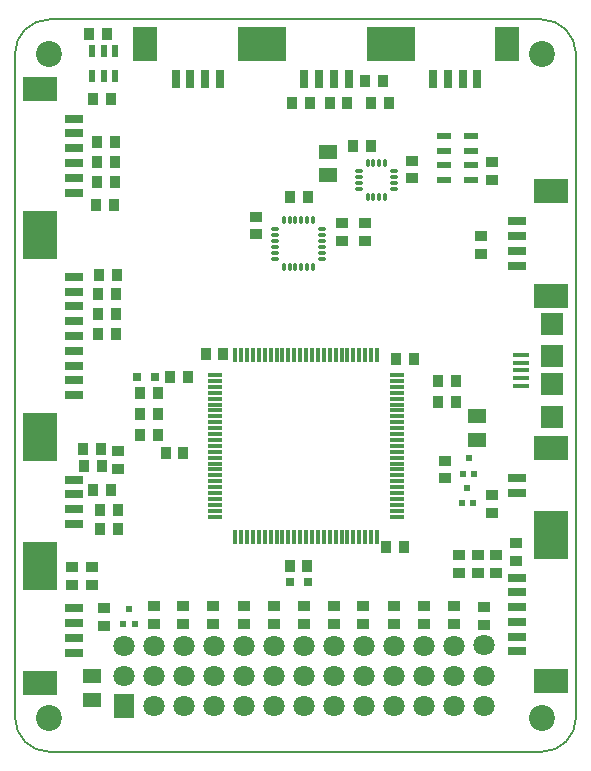
<source format=gbr>
G04 (created by PCBNEW (2013-may-18)-stable) date Ne 10. listopad 2013, 11:38:45 CET*
%MOIN*%
G04 Gerber Fmt 3.4, Leading zero omitted, Abs format*
%FSLAX34Y34*%
G01*
G70*
G90*
G04 APERTURE LIST*
%ADD10C,0.00590551*%
%ADD11C,0.0866142*%
%ADD12R,0.0512X0.0118*%
%ADD13R,0.0118X0.0512*%
%ADD14C,0.0708661*%
%ADD15R,0.0708661X0.0787*%
%ADD16R,0.0236X0.0394*%
%ADD17R,0.019685X0.023622*%
%ADD18R,0.0354X0.0394*%
%ADD19R,0.0394X0.0354*%
%ADD20R,0.0629921X0.0314961*%
%ADD21R,0.11811X0.0826772*%
%ADD22R,0.0826772X0.11811*%
%ADD23R,0.0314961X0.0629921*%
%ADD24R,0.0472X0.0236*%
%ADD25O,0.0315X0.011811*%
%ADD26O,0.011811X0.0315*%
%ADD27R,0.0314X0.0314*%
%ADD28R,0.0747X0.0747*%
%ADD29R,0.0531X0.0157*%
%ADD30R,0.053X0.0157*%
%ADD31R,0.059X0.0472*%
%ADD32R,0.059X0.0473*%
G04 APERTURE END LIST*
G54D10*
X-196Y944D02*
G75*
G03X944Y-196I1141J0D01*
G74*
G01*
X944Y24212D02*
X17362Y24212D01*
X-196Y944D02*
X-196Y23070D01*
X17362Y-196D02*
X944Y-196D01*
X18503Y23070D02*
X18503Y944D01*
X17362Y-196D02*
G75*
G03X18503Y944I0J1141D01*
G74*
G01*
X944Y24212D02*
G75*
G03X-196Y23070I0J-1141D01*
G74*
G01*
X18503Y23070D02*
G75*
G03X17362Y24212I-1141J0D01*
G74*
G01*
G54D11*
X944Y23070D03*
X944Y944D03*
X17362Y944D03*
X17362Y23070D03*
G54D12*
X6485Y11772D03*
X6485Y11575D03*
X6485Y11378D03*
X6485Y11181D03*
X6485Y10984D03*
X6485Y12362D03*
X6485Y12165D03*
X6485Y11969D03*
X6485Y9213D03*
X6485Y9016D03*
X6485Y8819D03*
X6485Y8622D03*
X6485Y8425D03*
X6485Y8228D03*
X6485Y8031D03*
X6485Y7835D03*
G54D13*
X8523Y6978D03*
X8720Y6978D03*
X8916Y6978D03*
X9113Y6978D03*
X9310Y6978D03*
X9507Y6978D03*
X9704Y6978D03*
X9901Y6978D03*
X11672Y6978D03*
X11869Y6978D03*
G54D12*
X12529Y7638D03*
X12529Y7835D03*
X12529Y8031D03*
X12529Y8228D03*
X12529Y8425D03*
X12529Y8622D03*
X6485Y10787D03*
X6485Y10591D03*
X6485Y10394D03*
X6485Y7638D03*
G54D13*
X7145Y6978D03*
X7342Y6978D03*
X10098Y6978D03*
X10294Y6978D03*
X10491Y6978D03*
G54D12*
X12529Y8819D03*
X12529Y9016D03*
X12529Y9213D03*
X6485Y10197D03*
X6485Y10000D03*
X6485Y9803D03*
X6485Y9606D03*
X6485Y9409D03*
G54D13*
X7538Y6978D03*
X7735Y6978D03*
X7932Y6978D03*
X8129Y6978D03*
X8326Y6978D03*
X10688Y6978D03*
X10885Y6978D03*
X11082Y6978D03*
X11279Y6978D03*
X11476Y6978D03*
G54D12*
X12529Y9409D03*
X12529Y9606D03*
X12529Y9803D03*
X12529Y10000D03*
X12529Y10197D03*
X12529Y10394D03*
X12529Y10591D03*
X12529Y10787D03*
X12529Y10984D03*
X12529Y11181D03*
X12529Y11378D03*
X12529Y11575D03*
X12529Y11772D03*
X12529Y11969D03*
X12529Y12165D03*
X12529Y12362D03*
G54D13*
X11869Y13022D03*
X11672Y13022D03*
X11476Y13022D03*
X11279Y13022D03*
X11082Y13022D03*
X10885Y13022D03*
X10688Y13022D03*
X10491Y13022D03*
X10294Y13022D03*
X10098Y13022D03*
X9901Y13022D03*
X9704Y13022D03*
X9507Y13022D03*
X9310Y13022D03*
X9113Y13022D03*
X8916Y13022D03*
X8720Y13022D03*
X8523Y13022D03*
X8326Y13022D03*
X8129Y13022D03*
X7932Y13022D03*
X7735Y13022D03*
X7538Y13022D03*
X7342Y13022D03*
X7145Y13022D03*
G54D14*
X15433Y3346D03*
X15433Y2342D03*
X15433Y1338D03*
G54D15*
X3425Y1340D03*
G54D14*
X3425Y2340D03*
X4425Y1340D03*
X4425Y2340D03*
X5425Y1340D03*
X5425Y2340D03*
X6425Y1340D03*
X6425Y2340D03*
X7425Y1340D03*
X7425Y2340D03*
X8425Y1340D03*
X8425Y2340D03*
X9425Y1340D03*
X9425Y2340D03*
X10425Y1340D03*
X10425Y2340D03*
X11425Y1340D03*
X11425Y2340D03*
X12425Y1340D03*
X12425Y2340D03*
X3425Y3340D03*
X4425Y3340D03*
X5425Y3340D03*
X6425Y3340D03*
X7425Y3340D03*
X8425Y3340D03*
X9425Y3340D03*
X10425Y3340D03*
X11425Y3340D03*
X12425Y3340D03*
X13425Y1340D03*
X13425Y2340D03*
X13425Y3340D03*
X14425Y1340D03*
X14429Y2342D03*
X14425Y3340D03*
G54D16*
X3130Y23171D03*
X2380Y23171D03*
X2755Y23171D03*
X2380Y22339D03*
X3130Y22339D03*
X2755Y22339D03*
G54D17*
X3405Y4055D03*
X3799Y4055D03*
X3602Y4566D03*
X14688Y8094D03*
X15082Y8094D03*
X14885Y8606D03*
X14724Y9074D03*
X15118Y9074D03*
X14921Y9586D03*
G54D18*
X2420Y21574D03*
X3012Y21574D03*
X12264Y21417D03*
X11672Y21417D03*
G54D19*
X16496Y6752D03*
X16496Y6160D03*
G54D18*
X2578Y13740D03*
X3170Y13740D03*
X2578Y14409D03*
X3170Y14409D03*
X2538Y18779D03*
X3130Y18779D03*
X2499Y18031D03*
X3091Y18031D03*
G54D19*
X14133Y9508D03*
X14133Y8916D03*
X4429Y4054D03*
X4429Y4646D03*
X14429Y4054D03*
X14429Y4646D03*
X13425Y4054D03*
X13425Y4646D03*
X12421Y4054D03*
X12421Y4646D03*
X10433Y4054D03*
X10433Y4646D03*
X11417Y4054D03*
X11417Y4646D03*
X9429Y4054D03*
X9429Y4646D03*
X8425Y4054D03*
X8425Y4646D03*
X7421Y4054D03*
X7421Y4646D03*
X6417Y4054D03*
X6417Y4646D03*
X5413Y4054D03*
X5413Y4646D03*
G54D18*
X10294Y21417D03*
X10886Y21417D03*
X2578Y15078D03*
X3170Y15078D03*
X2617Y15708D03*
X3209Y15708D03*
G54D19*
X14606Y6358D03*
X14606Y5766D03*
X15236Y6358D03*
X15236Y5766D03*
X15826Y6358D03*
X15826Y5766D03*
X2775Y4587D03*
X2775Y3995D03*
G54D18*
X9034Y21417D03*
X9626Y21417D03*
G54D19*
X15433Y4034D03*
X15433Y4626D03*
G54D18*
X2538Y19448D03*
X3130Y19448D03*
X2538Y20118D03*
X3130Y20118D03*
G54D19*
X15712Y7766D03*
X15712Y8358D03*
G54D18*
X2105Y9330D03*
X2697Y9330D03*
X3229Y7874D03*
X2637Y7874D03*
X2420Y8523D03*
X3012Y8523D03*
G54D19*
X3248Y9823D03*
X3248Y9231D03*
X1692Y5373D03*
X1692Y5965D03*
X2362Y5373D03*
X2362Y5965D03*
G54D18*
X14508Y11456D03*
X13916Y11456D03*
X14508Y12165D03*
X13916Y12165D03*
X4967Y12307D03*
X5559Y12307D03*
X8955Y5984D03*
X9547Y5984D03*
G54D20*
X1771Y15629D03*
X1771Y15137D03*
X1771Y14645D03*
X1771Y14153D03*
X1771Y13661D03*
X1771Y13169D03*
X1771Y12677D03*
X1771Y12185D03*
X1771Y11692D03*
G54D21*
X629Y16633D03*
X629Y10688D03*
X629Y21909D03*
X629Y17440D03*
G54D20*
X1771Y20905D03*
X1771Y20413D03*
X1771Y19921D03*
X1771Y19429D03*
X1771Y18937D03*
X1771Y18444D03*
G54D21*
X17677Y2145D03*
X17677Y6614D03*
G54D20*
X16535Y3149D03*
X16535Y3641D03*
X16535Y4133D03*
X16535Y4625D03*
X16535Y5118D03*
X16535Y5610D03*
G54D21*
X17677Y15000D03*
X17677Y18484D03*
G54D20*
X16535Y16003D03*
X16535Y16496D03*
X16535Y16988D03*
X16535Y17480D03*
G54D22*
X16220Y23385D03*
X12736Y23385D03*
G54D23*
X15216Y22244D03*
X14724Y22244D03*
X14232Y22244D03*
X13740Y22244D03*
G54D21*
X629Y9881D03*
X629Y6397D03*
G54D20*
X1771Y8877D03*
X1771Y8385D03*
X1771Y7893D03*
X1771Y7401D03*
G54D21*
X629Y5590D03*
X629Y2106D03*
G54D20*
X1771Y4586D03*
X1771Y4094D03*
X1771Y3602D03*
X1771Y3110D03*
G54D22*
X11929Y23385D03*
X8444Y23385D03*
G54D23*
X10925Y22244D03*
X10433Y22244D03*
X9940Y22244D03*
X9448Y22244D03*
G54D22*
X7637Y23385D03*
X4153Y23385D03*
G54D23*
X6633Y22244D03*
X6141Y22244D03*
X5649Y22244D03*
X5157Y22244D03*
G54D20*
X16535Y8444D03*
X16535Y8937D03*
G54D21*
X17677Y7440D03*
X17677Y9940D03*
G54D24*
X15018Y18858D03*
X15018Y19350D03*
X15018Y19842D03*
X15018Y20334D03*
X14112Y20334D03*
X14112Y19842D03*
X14112Y19350D03*
X14112Y18858D03*
G54D25*
X12421Y18562D03*
X12421Y18759D03*
X12421Y18956D03*
X12421Y19153D03*
G54D26*
X12145Y19428D03*
X11948Y19428D03*
X11751Y19428D03*
X11555Y19428D03*
G54D25*
X11279Y19153D03*
X11279Y18957D03*
X11279Y18760D03*
X11279Y18563D03*
G54D26*
X11555Y18287D03*
X11751Y18287D03*
X11948Y18287D03*
X12145Y18287D03*
G54D27*
X4468Y12311D03*
X3878Y12311D03*
X8976Y5452D03*
X9566Y5452D03*
G54D26*
X8759Y15945D03*
X8956Y15945D03*
X9153Y15945D03*
X9349Y15945D03*
X9546Y15945D03*
X9743Y15945D03*
G54D25*
X10038Y16240D03*
X10038Y16437D03*
X10038Y16634D03*
X10038Y16830D03*
X10038Y17027D03*
X10038Y17224D03*
G54D26*
X9743Y17519D03*
X9546Y17519D03*
X9349Y17519D03*
X9153Y17519D03*
X8956Y17519D03*
X8759Y17519D03*
G54D25*
X8464Y17224D03*
X8464Y17027D03*
X8464Y16830D03*
X8464Y16634D03*
X8464Y16437D03*
X8464Y16240D03*
G54D28*
X17716Y12047D03*
X17716Y12991D03*
X17716Y14074D03*
X17716Y10964D03*
G54D29*
X16663Y12007D03*
G54D30*
X16663Y12264D03*
X16663Y12519D03*
X16663Y12774D03*
X16663Y13031D03*
G54D31*
X2362Y2323D03*
G54D32*
X2362Y1535D03*
G54D31*
X10236Y19015D03*
G54D32*
X10236Y19803D03*
G54D31*
X15212Y10192D03*
G54D32*
X15212Y10980D03*
G54D19*
X10692Y16833D03*
X10692Y17425D03*
G54D18*
X11673Y20000D03*
X11081Y20000D03*
G54D19*
X15708Y18877D03*
X15708Y19469D03*
G54D18*
X2085Y9881D03*
X2677Y9881D03*
G54D19*
X7822Y17050D03*
X7822Y17642D03*
G54D18*
X9555Y18299D03*
X8963Y18299D03*
G54D19*
X13031Y18916D03*
X13031Y19508D03*
G54D18*
X12184Y6633D03*
X12776Y6633D03*
X2263Y23740D03*
X2855Y23740D03*
X4822Y9763D03*
X5414Y9763D03*
X6752Y13051D03*
X6160Y13051D03*
X12499Y12893D03*
X13091Y12893D03*
X3229Y7224D03*
X2637Y7224D03*
X11475Y22165D03*
X12067Y22165D03*
G54D19*
X11484Y16833D03*
X11484Y17425D03*
X15322Y16392D03*
X15322Y16984D03*
G54D18*
X3979Y11751D03*
X4571Y11751D03*
X3975Y11066D03*
X4567Y11066D03*
X3987Y10370D03*
X4579Y10370D03*
M02*

</source>
